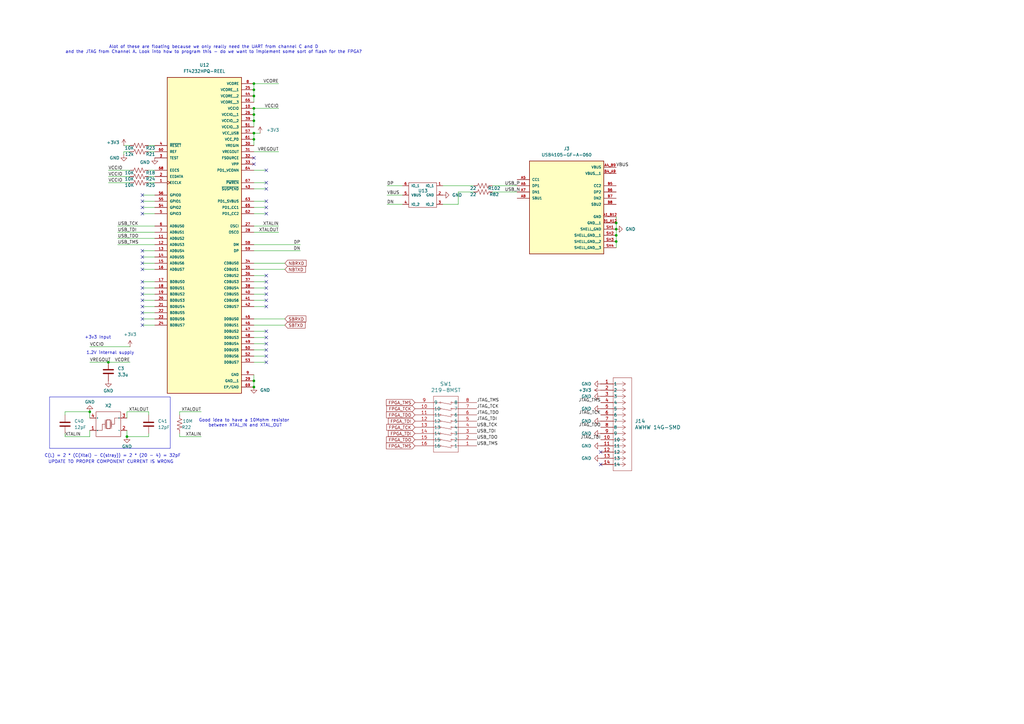
<source format=kicad_sch>
(kicad_sch (version 20250114) (generator "eeschema") (generator_version "9.0")
  (paper "A3")
  (lib_symbols
    (symbol "219_8MST:219-8MST" (pin_names (offset 0.254))
      (property "Reference" "SW" (at 12.7 7.62 0))
      (property "Value" "219-8MST" (at 12.7 5.08 0))
      (symbol "219-8MST_0_1"
        (polyline (pts (xy 7.62 2.54) (xy 7.62 -20.32)) (stroke (width 0.127)))
        (polyline (pts (xy 7.62 0) (xy 10.16 0)) (stroke (width 0.127)))
        (polyline (pts (xy 7.62 -2.54) (xy 10.16 -2.54)) (stroke (width 0.127)))
        (polyline (pts (xy 7.62 -5.08) (xy 10.16 -5.08)) (stroke (width 0.127)))
        (polyline (pts (xy 7.62 -7.62) (xy 10.16 -7.62)) (stroke (width 0.127)))
        (polyline (pts (xy 7.62 -10.16) (xy 10.16 -10.16)) (stroke (width 0.127)))
        (polyline (pts (xy 7.62 -12.7) (xy 10.16 -12.7)) (stroke (width 0.127)))
        (polyline (pts (xy 7.62 -15.24) (xy 10.16 -15.24)) (stroke (width 0.127)))
        (polyline (pts (xy 7.62 -17.78) (xy 10.16 -17.78)) (stroke (width 0.127)))
        (polyline (pts (xy 7.62 -20.32) (xy 17.78 -20.32)) (stroke (width 0.127)))
        (circle (center 10.414 0) (radius 0.254) (stroke (width 0.127)))
        (circle (center 10.414 -2.54) (radius 0.254) (stroke (width 0.127)))
        (circle (center 10.414 -5.08) (radius 0.254) (stroke (width 0.127)))
        (circle (center 10.414 -7.62) (radius 0.254) (stroke (width 0.127)))
        (circle (center 10.414 -10.16) (radius 0.254) (stroke (width 0.127)))
        (circle (center 10.414 -12.7) (radius 0.254) (stroke (width 0.127)))
        (circle (center 10.414 -15.24) (radius 0.254) (stroke (width 0.127)))
        (circle (center 10.414 -17.78) (radius 0.254) (stroke (width 0.127)))
        (polyline (pts (xy 14.732 0) (xy 10.414 0.762)) (stroke (width 0.127)))
        (polyline (pts (xy 14.732 -2.54) (xy 10.414 -1.778)) (stroke (width 0.127)))
        (polyline (pts (xy 14.732 -5.08) (xy 10.414 -4.318)) (stroke (width 0.127)))
        (polyline (pts (xy 14.732 -7.62) (xy 10.414 -6.858)) (stroke (width 0.127)))
        (polyline (pts (xy 14.732 -10.16) (xy 10.414 -9.398)) (stroke (width 0.127)))
        (polyline (pts (xy 14.732 -12.7) (xy 10.414 -11.938)) (stroke (width 0.127)))
        (polyline (pts (xy 14.732 -15.24) (xy 10.414 -14.478)) (stroke (width 0.127)))
        (polyline (pts (xy 14.732 -17.78) (xy 10.414 -17.018)) (stroke (width 0.127)))
        (circle (center 14.986 0) (radius 0.254) (stroke (width 0.127)))
        (circle (center 14.986 -2.54) (radius 0.254) (stroke (width 0.127)))
        (circle (center 14.986 -5.08) (radius 0.254) (stroke (width 0.127)))
        (circle (center 14.986 -7.62) (radius 0.254) (stroke (width 0.127)))
        (circle (center 14.986 -10.16) (radius 0.254) (stroke (width 0.127)))
        (circle (center 14.986 -12.7) (radius 0.254) (stroke (width 0.127)))
        (circle (center 14.986 -15.24) (radius 0.254) (stroke (width 0.127)))
        (circle (center 14.986 -17.78) (radius 0.254) (stroke (width 0.127)))
        (polyline (pts (xy 15.24 0) (xy 17.78 0)) (stroke (width 0.127)))
        (polyline (pts (xy 15.24 -2.54) (xy 17.78 -2.54)) (stroke (width 0.127)))
        (polyline (pts (xy 15.24 -5.08) (xy 17.78 -5.08)) (stroke (width 0.127)))
        (polyline (pts (xy 15.24 -7.62) (xy 17.78 -7.62)) (stroke (width 0.127)))
        (polyline (pts (xy 15.24 -10.16) (xy 17.78 -10.16)) (stroke (width 0.127)))
        (polyline (pts (xy 15.24 -12.7) (xy 17.78 -12.7)) (stroke (width 0.127)))
        (polyline (pts (xy 15.24 -15.24) (xy 17.78 -15.24)) (stroke (width 0.127)))
        (polyline (pts (xy 15.24 -17.78) (xy 17.78 -17.78)) (stroke (width 0.127)))
        (polyline (pts (xy 17.78 2.54) (xy 7.62 2.54)) (stroke (width 0.127)))
        (polyline (pts (xy 17.78 -20.32) (xy 17.78 2.54)) (stroke (width 0.127)))
        (pin unspecified line (at 0 0 0) (length 7.62) (name "1") (number "1"))
        (pin unspecified line (at 0 -2.54 0) (length 7.62) (name "2") (number "2"))
        (pin unspecified line (at 0 -5.08 0) (length 7.62) (name "3") (number "3"))
        (pin unspecified line (at 0 -7.62 0) (length 7.62) (name "4") (number "4"))
        (pin unspecified line (at 0 -10.16 0) (length 7.62) (name "5") (number "5"))
        (pin unspecified line (at 0 -12.7 0) (length 7.62) (name "6") (number "6"))
        (pin unspecified line (at 0 -15.24 0) (length 7.62) (name "7") (number "7"))
        (pin unspecified line (at 0 -17.78 0) (length 7.62) (name "8") (number "8"))
        (pin unspecified line (at 25.4 0 180) (length 7.62) (name "16") (number "16"))
        (pin unspecified line (at 25.4 -2.54 180) (length 7.62) (name "15") (number "15"))
        (pin unspecified line (at 25.4 -5.08 180) (length 7.62) (name "14") (number "14"))
        (pin unspecified line (at 25.4 -7.62 180) (length 7.62) (name "13") (number "13"))
        (pin unspecified line (at 25.4 -10.16 180) (length 7.62) (name "12") (number "12"))
        (pin unspecified line (at 25.4 -12.7 180) (length 7.62) (name "11") (number "11"))
        (pin unspecified line (at 25.4 -15.24 180) (length 7.62) (name "10") (number "10"))
        (pin unspecified line (at 25.4 -17.78 180) (length 7.62) (name "9") (number "9"))
      )
    )
    (symbol "Device:C" (pin_numbers (hide yes)) (pin_names (offset 0.254))
      (property "Reference" "C" (at 0.635 2.54 0))
      (property "Value" "C" (at 0.635 -2.54 0))
      (symbol "C_0_1"
        (polyline (pts (xy -2.032 0.762) (xy 2.032 0.762)) (stroke (width 0.508)))
        (polyline (pts (xy -2.032 -0.762) (xy 2.032 -0.762)) (stroke (width 0.508)))
      )
      (symbol "C_1_1"
        (pin passive line (at 0 3.81 270) (length 2.794) (name "~") (number "1"))
        (pin passive line (at 0 -3.81 90) (length 2.794) (name "~") (number "2"))
      )
    )
    (symbol "Device:R_US" (pin_numbers (hide yes)) (pin_names (offset 0))
      (property "Reference" "R" (at 2.54 0 90))
      (property "Value" "R_US" (at -2.54 0 90))
      (symbol "R_US_0_1"
        (polyline (pts (xy 0 2.286) (xy 0 2.54)))
        (polyline (pts (xy 0 2.286) (xy 1.016 1.905) (xy 0 1.524) (xy -1.016 1.143) (xy 0 0.762)))
        (polyline (pts (xy 0 0.762) (xy 1.016 0.381) (xy 0 0) (xy -1.016 -0.381) (xy 0 -0.762)))
        (polyline (pts (xy 0 -0.762) (xy 1.016 -1.143) (xy 0 -1.524) (xy -1.016 -1.905) (xy 0 -2.286)))
        (polyline (pts (xy 0 -2.286) (xy 0 -2.54)))
      )
      (symbol "R_US_1_1"
        (pin passive line (at 0 3.81 270) (length 1.27) (name "~") (number "1"))
        (pin passive line (at 0 -3.81 90) (length 1.27) (name "~") (number "2"))
      )
    )
    (symbol "FPGA&MCU:FT4232HPQ-REEL" (pin_names (offset 1.016))
      (property "Reference" "U" (at -15.24 56.515 0))
      (property "Value" "FT4232HPQ-REEL" (at -15.24 -76.2 0))
      (symbol "FT4232HPQ-REEL_0_0"
        (rectangle (start -15.24 -73.66) (end 15.24 55.88) (stroke (width 0.254)) (fill (type background)))
        (pin input line (at -20.32 27.94 0) (length 5.08) (name "~{RESET}") (number "4"))
        (pin input line (at -20.32 25.4 0) (length 5.08) (name "REF") (number "60"))
        (pin input line (at -20.32 22.86 0) (length 5.08) (name "TEST") (number "3"))
        (pin bidirectional line (at -20.32 17.78 0) (length 5.08) (name "EECS") (number "68"))
        (pin bidirectional line (at -20.32 15.24 0) (length 5.08) (name "EEDATA") (number "2"))
        (pin output clock (at -20.32 12.7 0) (length 5.08) (name "EECLK") (number "1"))
        (pin bidirectional line (at -20.32 7.62 0) (length 5.08) (name "GPIO0") (number "56"))
        (pin bidirectional line (at -20.32 5.08 0) (length 5.08) (name "GPIO1") (number "55"))
        (pin bidirectional line (at -20.32 2.54 0) (length 5.08) (name "GPIO2") (number "54"))
        (pin bidirectional line (at -20.32 0 0) (length 5.08) (name "GPIO3") (number "5"))
        (pin bidirectional line (at -20.32 -5.08 0) (length 5.08) (name "ADBUS0") (number "6"))
        (pin bidirectional line (at -20.32 -7.62 0) (length 5.08) (name "ADBUS1") (number "7"))
        (pin bidirectional line (at -20.32 -10.16 0) (length 5.08) (name "ADBUS2") (number "11"))
        (pin bidirectional line (at -20.32 -12.7 0) (length 5.08) (name "ADBUS3") (number "12"))
        (pin bidirectional line (at -20.32 -15.24 0) (length 5.08) (name "ADBUS4") (number "13"))
        (pin bidirectional line (at -20.32 -17.78 0) (length 5.08) (name "ADBUS5") (number "14"))
        (pin bidirectional line (at -20.32 -20.32 0) (length 5.08) (name "ADBUS6") (number "15"))
        (pin bidirectional line (at -20.32 -22.86 0) (length 5.08) (name "ADBUS7") (number "16"))
        (pin bidirectional line (at -20.32 -27.94 0) (length 5.08) (name "BDBUS0") (number "17"))
        (pin bidirectional line (at -20.32 -30.48 0) (length 5.08) (name "BDBUS1") (number "18"))
        (pin bidirectional line (at -20.32 -33.02 0) (length 5.08) (name "BDBUS2") (number "19"))
        (pin bidirectional line (at -20.32 -35.56 0) (length 5.08) (name "BDBUS3") (number "20"))
        (pin bidirectional line (at -20.32 -38.1 0) (length 5.08) (name "BDBUS4") (number "21"))
        (pin bidirectional line (at -20.32 -40.64 0) (length 5.08) (name "BDBUS5") (number "22"))
        (pin bidirectional line (at -20.32 -43.18 0) (length 5.08) (name "BDBUS6") (number "23"))
        (pin bidirectional line (at -20.32 -45.72 0) (length 5.08) (name "BDBUS7") (number "24"))
        (pin power_in line (at 20.32 53.34 180) (length 5.08) (name "VCORE") (number "8"))
        (pin power_in line (at 20.32 50.8 180) (length 5.08) (name "VCORE__1") (number "25"))
        (pin power_in line (at 20.32 48.26 180) (length 5.08) (name "VCORE__2") (number "44"))
        (pin power_in line (at 20.32 45.72 180) (length 5.08) (name "VCORE__3") (number "66"))
        (pin power_in line (at 20.32 43.18 180) (length 5.08) (name "VCCIO") (number "10"))
        (pin power_in line (at 20.32 40.64 180) (length 5.08) (name "VCCIO__1") (number "26"))
        (pin power_in line (at 20.32 38.1 180) (length 5.08) (name "VCCIO__2") (number "39"))
        (pin power_in line (at 20.32 35.56 180) (length 5.08) (name "VCCIO__3") (number "51"))
        (pin power_in line (at 20.32 33.02 180) (length 5.08) (name "VCC_USB") (number "57"))
        (pin power_in line (at 20.32 30.48 180) (length 5.08) (name "VCC_PD") (number "61"))
        (pin power_in line (at 20.32 27.94 180) (length 5.08) (name "VREGIN") (number "30"))
        (pin power_in line (at 20.32 25.4 180) (length 5.08) (name "VREGOUT") (number "31"))
        (pin power_in line (at 20.32 22.86 180) (length 5.08) (name "FSOURCE") (number "32"))
        (pin power_in line (at 20.32 20.32 180) (length 5.08) (name "VPP") (number "33"))
        (pin power_in line (at 20.32 17.78 180) (length 5.08) (name "PD1_VCONN") (number "64"))
        (pin output line (at 20.32 12.7 180) (length 5.08) (name "~{PWREN}") (number "67"))
        (pin output line (at 20.32 10.16 180) (length 5.08) (name "~{SUSPEND}") (number "43"))
        (pin input line (at 20.32 5.08 180) (length 5.08) (name "PD1_SVBUS") (number "63"))
        (pin bidirectional line (at 20.32 2.54 180) (length 5.08) (name "PD1_CC1") (number "65"))
        (pin bidirectional line (at 20.32 0 180) (length 5.08) (name "PD1_CC2") (number "62"))
        (pin input line (at 20.32 -5.08 180) (length 5.08) (name "OSCI") (number "27"))
        (pin output line (at 20.32 -7.62 180) (length 5.08) (name "OSCO") (number "28"))
        (pin bidirectional line (at 20.32 -12.7 180) (length 5.08) (name "DM") (number "58"))
        (pin bidirectional line (at 20.32 -15.24 180) (length 5.08) (name "DP") (number "59"))
        (pin bidirectional line (at 20.32 -20.32 180) (length 5.08) (name "CDBUS0") (number "34"))
        (pin bidirectional line (at 20.32 -22.86 180) (length 5.08) (name "CDBUS1") (number "35"))
        (pin bidirectional line (at 20.32 -25.4 180) (length 5.08) (name "CDBUS2") (number "36"))
        (pin bidirectional line (at 20.32 -27.94 180) (length 5.08) (name "CDBUS3") (number "37"))
        (pin bidirectional line (at 20.32 -30.48 180) (length 5.08) (name "CDBUS4") (number "38"))
        (pin bidirectional line (at 20.32 -33.02 180) (length 5.08) (name "CDBUS5") (number "40"))
        (pin bidirectional line (at 20.32 -35.56 180) (length 5.08) (name "CDBUS6") (number "41"))
        (pin bidirectional line (at 20.32 -38.1 180) (length 5.08) (name "CDBUS7") (number "42"))
        (pin bidirectional line (at 20.32 -43.18 180) (length 5.08) (name "DDBUS0") (number "45"))
        (pin bidirectional line (at 20.32 -45.72 180) (length 5.08) (name "DDBUS1") (number "46"))
        (pin bidirectional line (at 20.32 -48.26 180) (length 5.08) (name "DDBUS2") (number "47"))
        (pin bidirectional line (at 20.32 -50.8 180) (length 5.08) (name "DDBUS3") (number "48"))
        (pin bidirectional line (at 20.32 -53.34 180) (length 5.08) (name "DDBUS4") (number "49"))
        (pin bidirectional line (at 20.32 -55.88 180) (length 5.08) (name "DDBUS5") (number "50"))
        (pin bidirectional line (at 20.32 -58.42 180) (length 5.08) (name "DDBUS6") (number "52"))
        (pin bidirectional line (at 20.32 -60.96 180) (length 5.08) (name "DDBUS7") (number "53"))
        (pin power_in line (at 20.32 -66.04 180) (length 5.08) (name "GND") (number "9"))
        (pin power_in line (at 20.32 -68.58 180) (length 5.08) (name "GND__1") (number "29"))
        (pin power_in line (at 20.32 -71.12 180) (length 5.08) (name "EP/GND") (number "69"))
      )
    )
    (symbol "FPGA&MCU:X322512MMB4SI"
      (property "Reference" "X" (at 0 0 0))
      (symbol "X322512MMB4SI_1_0"
        (rectangle (start -5.08 5.08) (end 5.08 -5.08))
        (polyline (pts (xy -5.08 -2.54) (xy -2.54 -2.54) (xy -2.54 -2.54) (xy -2.54 0) (xy -2.54 0) (xy -1.524 0)))
        (polyline (pts (xy -1.27 -1.016) (xy -1.27 1.016)))
        (polyline (pts (xy -1.27 -1.778) (xy -1.27 1.778)))
        (polyline (pts (xy -0.762 -1.778) (xy -0.762 1.778) (xy -0.762 1.778) (xy 0.762 1.778) (xy 0.762 1.778) (xy 0.762 -1.778)))
        (polyline (pts (xy 0.762 1.778) (xy 0.762 -1.778) (xy 0.762 -1.778) (xy -0.762 -1.778) (xy -0.762 -1.778) (xy -0.762 1.778) (xy -0.762 1.778) (xy 0.762 1.778)))
        (polyline (pts (xy 0.762 -1.778) (xy -0.762 -1.778)))
        (polyline (pts (xy 1.27 -1.016) (xy 1.27 1.016)))
        (polyline (pts (xy 1.27 -1.778) (xy 1.27 1.778)))
        (polyline (pts (xy 5.08 2.54) (xy 2.54 2.54) (xy 2.54 2.54) (xy 2.54 0) (xy 2.54 0) (xy 1.524 0)))
        (pin unspecified line (at -7.62 2.54 0) (length 2.54) (name "GND") (number "4"))
        (pin unspecified line (at -7.62 -2.54 0) (length 2.54) (name "OSC1") (number "1"))
        (pin unspecified line (at 7.62 2.54 180) (length 2.54) (name "OSC2") (number "3"))
        (pin unspecified line (at 7.62 -2.54 180) (length 2.54) (name "GND") (number "2"))
      )
    )
    (symbol "FPGA_Interface:AWHW_14G-SMD" (pin_names (offset 0.254))
      (property "Reference" "J" (at 8.89 6.35 0))
      (property "Value" "AWHW 14G-SMD" (at 0 0 0))
      (symbol "AWHW_14G-SMD_1_1"
        (polyline (pts (xy 5.08 2.54) (xy 5.08 -35.56)) (stroke (width 0.127)))
        (polyline (pts (xy 5.08 -35.56) (xy 12.7 -35.56)) (stroke (width 0.127)))
        (polyline (pts (xy 10.16 0) (xy 5.08 0)) (stroke (width 0.127)))
        (polyline (pts (xy 10.16 0) (xy 8.89 0.8467)) (stroke (width 0.127)))
        (polyline (pts (xy 10.16 0) (xy 8.89 -0.8467)) (stroke (width 0.127)))
        (polyline (pts (xy 10.16 -2.54) (xy 5.08 -2.54)) (stroke (width 0.127)))
        (polyline (pts (xy 10.16 -2.54) (xy 8.89 -1.6933)) (stroke (width 0.127)))
        (polyline (pts (xy 10.16 -2.54) (xy 8.89 -3.3867)) (stroke (width 0.127)))
        (polyline (pts (xy 10.16 -5.08) (xy 5.08 -5.08)) (stroke (width 0.127)))
        (polyline (pts (xy 10.16 -5.08) (xy 8.89 -4.2333)) (stroke (width 0.127)))
        (polyline (pts (xy 10.16 -5.08) (xy 8.89 -5.9267)) (stroke (width 0.127)))
        (polyline (pts (xy 10.16 -7.62) (xy 5.08 -7.62)) (stroke (width 0.127)))
        (polyline (pts (xy 10.16 -7.62) (xy 8.89 -6.7733)) (stroke (width 0.127)))
        (polyline (pts (xy 10.16 -7.62) (xy 8.89 -8.4667)) (stroke (width 0.127)))
        (polyline (pts (xy 10.16 -10.16) (xy 5.08 -10.16)) (stroke (width 0.127)))
        (polyline (pts (xy 10.16 -10.16) (xy 8.89 -9.3133)) (stroke (width 0.127)))
        (polyline (pts (xy 10.16 -10.16) (xy 8.89 -11.0067)) (stroke (width 0.127)))
        (polyline (pts (xy 10.16 -12.7) (xy 5.08 -12.7)) (stroke (width 0.127)))
        (polyline (pts (xy 10.16 -12.7) (xy 8.89 -11.8533)) (stroke (width 0.127)))
        (polyline (pts (xy 10.16 -12.7) (xy 8.89 -13.5467)) (stroke (width 0.127)))
        (polyline (pts (xy 10.16 -15.24) (xy 5.08 -15.24)) (stroke (width 0.127)))
        (polyline (pts (xy 10.16 -15.24) (xy 8.89 -14.3933)) (stroke (width 0.127)))
        (polyline (pts (xy 10.16 -15.24) (xy 8.89 -16.0867)) (stroke (width 0.127)))
        (polyline (pts (xy 10.16 -17.78) (xy 5.08 -17.78)) (stroke (width 0.127)))
        (polyline (pts (xy 10.16 -17.78) (xy 8.89 -16.9333)) (stroke (width 0.127)))
        (polyline (pts (xy 10.16 -17.78) (xy 8.89 -18.6267)) (stroke (width 0.127)))
        (polyline (pts (xy 10.16 -20.32) (xy 5.08 -20.32)) (stroke (width 0.127)))
        (polyline (pts (xy 10.16 -20.32) (xy 8.89 -19.4733)) (stroke (width 0.127)))
        (polyline (pts (xy 10.16 -20.32) (xy 8.89 -21.1667)) (stroke (width 0.127)))
        (polyline (pts (xy 10.16 -22.86) (xy 5.08 -22.86)) (stroke (width 0.127)))
        (polyline (pts (xy 10.16 -22.86) (xy 8.89 -22.0133)) (stroke (width 0.127)))
        (polyline (pts (xy 10.16 -22.86) (xy 8.89 -23.7067)) (stroke (width 0.127)))
        (polyline (pts (xy 10.16 -25.4) (xy 5.08 -25.4)) (stroke (width 0.127)))
        (polyline (pts (xy 10.16 -25.4) (xy 8.89 -24.5533)) (stroke (width 0.127)))
        (polyline (pts (xy 10.16 -25.4) (xy 8.89 -26.2467)) (stroke (width 0.127)))
        (polyline (pts (xy 10.16 -27.94) (xy 5.08 -27.94)) (stroke (width 0.127)))
        (polyline (pts (xy 10.16 -27.94) (xy 8.89 -27.0933)) (stroke (width 0.127)))
        (polyline (pts (xy 10.16 -27.94) (xy 8.89 -28.7867)) (stroke (width 0.127)))
        (polyline (pts (xy 10.16 -30.48) (xy 5.08 -30.48)) (stroke (width 0.127)))
        (polyline (pts (xy 10.16 -30.48) (xy 8.89 -29.6333)) (stroke (width 0.127)))
        (polyline (pts (xy 10.16 -30.48) (xy 8.89 -31.3267)) (stroke (width 0.127)))
        (polyline (pts (xy 10.16 -33.02) (xy 5.08 -33.02)) (stroke (width 0.127)))
        (polyline (pts (xy 10.16 -33.02) (xy 8.89 -32.1733)) (stroke (width 0.127)))
        (polyline (pts (xy 10.16 -33.02) (xy 8.89 -33.8667)) (stroke (width 0.127)))
        (polyline (pts (xy 12.7 2.54) (xy 5.08 2.54)) (stroke (width 0.127)))
        (polyline (pts (xy 12.7 -35.56) (xy 12.7 2.54)) (stroke (width 0.127)))
        (pin unspecified line (at 0 0 0) (length 5.08) (name "1") (number "1"))
        (pin unspecified line (at 0 -2.54 0) (length 5.08) (name "2") (number "2"))
        (pin unspecified line (at 0 -5.08 0) (length 5.08) (name "3") (number "3"))
        (pin unspecified line (at 0 -7.62 0) (length 5.08) (name "4") (number "4"))
        (pin unspecified line (at 0 -10.16 0) (length 5.08) (name "5") (number "5"))
        (pin unspecified line (at 0 -12.7 0) (length 5.08) (name "6") (number "6"))
        (pin unspecified line (at 0 -15.24 0) (length 5.08) (name "7") (number "7"))
        (pin unspecified line (at 0 -17.78 0) (length 5.08) (name "8") (number "8"))
        (pin unspecified line (at 0 -20.32 0) (length 5.08) (name "9") (number "9"))
        (pin unspecified line (at 0 -22.86 0) (length 5.08) (name "10") (number "10"))
        (pin unspecified line (at 0 -25.4 0) (length 5.08) (name "11") (number "11"))
        (pin unspecified line (at 0 -27.94 0) (length 5.08) (name "12") (number "12"))
        (pin unspecified line (at 0 -30.48 0) (length 5.08) (name "13") (number "13"))
        (pin unspecified line (at 0 -33.02 0) (length 5.08) (name "14") (number "14"))
      )
      (symbol "AWHW_14G-SMD_1_2"
        (polyline (pts (xy 5.08 2.54) (xy 5.08 -35.56)) (stroke (width 0.127)))
        (polyline (pts (xy 5.08 -35.56) (xy 12.7 -35.56)) (stroke (width 0.127)))
        (polyline (pts (xy 7.62 0) (xy 5.08 0)) (stroke (width 0.127)))
        (polyline (pts (xy 7.62 0) (xy 8.89 0.8467)) (stroke (width 0.127)))
        (polyline (pts (xy 7.62 0) (xy 8.89 -0.8467)) (stroke (width 0.127)))
        (polyline (pts (xy 7.62 -2.54) (xy 5.08 -2.54)) (stroke (width 0.127)))
        (polyline (pts (xy 7.62 -2.54) (xy 8.89 -1.6933)) (stroke (width 0.127)))
        (polyline (pts (xy 7.62 -2.54) (xy 8.89 -3.3867)) (stroke (width 0.127)))
        (polyline (pts (xy 7.62 -5.08) (xy 5.08 -5.08)) (stroke (width 0.127)))
        (polyline (pts (xy 7.62 -5.08) (xy 8.89 -4.2333)) (stroke (width 0.127)))
        (polyline (pts (xy 7.62 -5.08) (xy 8.89 -5.9267)) (stroke (width 0.127)))
        (polyline (pts (xy 7.62 -7.62) (xy 5.08 -7.62)) (stroke (width 0.127)))
        (polyline (pts (xy 7.62 -7.62) (xy 8.89 -6.7733)) (stroke (width 0.127)))
        (polyline (pts (xy 7.62 -7.62) (xy 8.89 -8.4667)) (stroke (width 0.127)))
        (polyline (pts (xy 7.62 -10.16) (xy 5.08 -10.16)) (stroke (width 0.127)))
        (polyline (pts (xy 7.62 -10.16) (xy 8.89 -9.3133)) (stroke (width 0.127)))
        (polyline (pts (xy 7.62 -10.16) (xy 8.89 -11.0067)) (stroke (width 0.127)))
        (polyline (pts (xy 7.62 -12.7) (xy 5.08 -12.7)) (stroke (width 0.127)))
        (polyline (pts (xy 7.62 -12.7) (xy 8.89 -11.8533)) (stroke (width 0.127)))
        (polyline (pts (xy 7.62 -12.7) (xy 8.89 -13.5467)) (stroke (width 0.127)))
        (polyline (pts (xy 7.62 -15.24) (xy 5.08 -15.24)) (stroke (width 0.127)))
        (polyline (pts (xy 7.62 -15.24) (xy 8.89 -14.3933)) (stroke (width 0.127)))
        (polyline (pts (xy 7.62 -15.24) (xy 8.89 -16.0867)) (stroke (width 0.127)))
        (polyline (pts (xy 7.62 -17.78) (xy 5.08 -17.78)) (stroke (width 0.127)))
        (polyline (pts (xy 7.62 -17.78) (xy 8.89 -16.9333)) (stroke (width 0.127)))
        (polyline (pts (xy 7.62 -17.78) (xy 8.89 -18.6267)) (stroke (width 0.127)))
        (polyline (pts (xy 7.62 -20.32) (xy 5.08 -20.32)) (stroke (width 0.127)))
        (polyline (pts (xy 7.62 -20.32) (xy 8.89 -19.4733)) (stroke (width 0.127)))
        (polyline (pts (xy 7.62 -20.32) (xy 8.89 -21.1667)) (stroke (width 0.127)))
        (polyline (pts (xy 7.62 -22.86) (xy 5.08 -22.86)) (stroke (width 0.127)))
        (polyline (pts (xy 7.62 -22.86) (xy 8.89 -22.0133)) (stroke (width 0.127)))
        (polyline (pts (xy 7.62 -22.86) (xy 8.89 -23.7067)) (stroke (width 0.127)))
        (polyline (pts (xy 7.62 -25.4) (xy 5.08 -25.4)) (stroke (width 0.127)))
        (polyline (pts (xy 7.62 -25.4) (xy 8.89 -24.5533)) (stroke (width 0.127)))
        (polyline (pts (xy 7.62 -25.4) (xy 8.89 -26.2467)) (stroke (width 0.127)))
        (polyline (pts (xy 7.62 -27.94) (xy 5.08 -27.94)) (stroke (width 0.127)))
        (polyline (pts (xy 7.62 -27.94) (xy 8.89 -27.0933)) (stroke (width 0.127)))
        (polyline (pts (xy 7.62 -27.94) (xy 8.89 -28.7867)) (stroke (width 0.127)))
        (polyline (pts (xy 7.62 -30.48) (xy 5.08 -30.48)) (stroke (width 0.127)))
        (polyline (pts (xy 7.62 -30.48) (xy 8.89 -29.6333)) (stroke (width 0.127)))
        (polyline (pts (xy 7.62 -30.48) (xy 8.89 -31.3267)) (stroke (width 0.127)))
        (polyline (pts (xy 7.62 -33.02) (xy 5.08 -33.02)) (stroke (width 0.127)))
        (polyline (pts (xy 7.62 -33.02) (xy 8.89 -32.1733)) (stroke (width 0.127)))
        (polyline (pts (xy 7.62 -33.02) (xy 8.89 -33.8667)) (stroke (width 0.127)))
        (polyline (pts (xy 12.7 2.54) (xy 5.08 2.54)) (stroke (width 0.127)))
        (polyline (pts (xy 12.7 -35.56) (xy 12.7 2.54)) (stroke (width 0.127)))
        (pin unspecified line (at 0 0 0) (length 5.08) (name "1") (number "1"))
        (pin unspecified line (at 0 -2.54 0) (length 5.08) (name "2") (number "2"))
        (pin unspecified line (at 0 -5.08 0) (length 5.08) (name "3") (number "3"))
        (pin unspecified line (at 0 -7.62 0) (length 5.08) (name "4") (number "4"))
        (pin unspecified line (at 0 -10.16 0) (length 5.08) (name "5") (number "5"))
        (pin unspecified line (at 0 -12.7 0) (length 5.08) (name "6") (number "6"))
        (pin unspecified line (at 0 -15.24 0) (length 5.08) (name "7") (number "7"))
        (pin unspecified line (at 0 -17.78 0) (length 5.08) (name "8") (number "8"))
        (pin unspecified line (at 0 -20.32 0) (length 5.08) (name "9") (number "9"))
        (pin unspecified line (at 0 -22.86 0) (length 5.08) (name "10") (number "10"))
        (pin unspecified line (at 0 -25.4 0) (length 5.08) (name "11") (number "11"))
        (pin unspecified line (at 0 -27.94 0) (length 5.08) (name "12") (number "12"))
        (pin unspecified line (at 0 -30.48 0) (length 5.08) (name "13") (number "13"))
        (pin unspecified line (at 0 -33.02 0) (length 5.08) (name "14") (number "14"))
      )
    )
    (symbol "FPGA_Interface:USB4105-GF-A-060" (pin_names (offset 1.016))
      (property "Reference" "J" (at -15.24 13.97 0))
      (property "Value" "USB4105-GF-A-060" (at -15.24 -27.94 0))
      (symbol "USB4105-GF-A-060_0_0"
        (rectangle (start -15.24 -25.4) (end 15.24 12.7) (stroke (width 0.254)) (fill (type background)))
        (pin bidirectional line (at -20.32 5.08 0) (length 5.08) (name "CC1") (number "A5"))
        (pin bidirectional line (at -20.32 2.54 0) (length 5.08) (name "DP1") (number "A6"))
        (pin bidirectional line (at -20.32 0 0) (length 5.08) (name "DN1") (number "A7"))
        (pin bidirectional line (at -20.32 -2.54 0) (length 5.08) (name "SBU1") (number "A8"))
        (pin power_in line (at 20.32 10.16 180) (length 5.08) (name "VBUS") (number "A4_B9"))
        (pin power_in line (at 20.32 7.62 180) (length 5.08) (name "VBUS__1") (number "B4_A9"))
        (pin bidirectional line (at 20.32 2.54 180) (length 5.08) (name "CC2") (number "B5"))
        (pin bidirectional line (at 20.32 0 180) (length 5.08) (name "DP2") (number "B6"))
        (pin bidirectional line (at 20.32 -2.54 180) (length 5.08) (name "DN2") (number "B7"))
        (pin bidirectional line (at 20.32 -5.08 180) (length 5.08) (name "SBU2") (number "B8"))
        (pin power_in line (at 20.32 -10.16 180) (length 5.08) (name "GND") (number "A1_B12"))
        (pin power_in line (at 20.32 -12.7 180) (length 5.08) (name "GND__1") (number "B1_A12"))
        (pin power_in line (at 20.32 -15.24 180) (length 5.08) (name "SHELL_GND") (number "SH1"))
        (pin power_in line (at 20.32 -17.78 180) (length 5.08) (name "SHELL_GND__1") (number "SH2"))
        (pin power_in line (at 20.32 -20.32 180) (length 5.08) (name "SHELL_GND__2") (number "SH3"))
        (pin power_in line (at 20.32 -22.86 180) (length 5.08) (name "SHELL_GND__3") (number "SH4"))
      )
    )
    (symbol "Test:USBLC6-2SC6" (pin_names (offset 1.016))
      (property "Reference" "U" (at -15.2693 17.8093 0))
      (symbol "USBLC6-2SC6_0_1"
        (rectangle (start 0 0) (end 11.43 -10.16))
      )
      (symbol "USBLC6-2SC6_1_0"
        (pin bidirectional line (at -2.54 -1.27 0) (length 2.54) (name "IO_1") (number "1"))
        (pin power_in line (at -2.54 -5.08 0) (length 2.54) (name "GND") (number "2"))
        (pin bidirectional line (at -2.54 -8.89 0) (length 2.54) (name "IO_2") (number "3"))
        (pin bidirectional line (at 13.97 -1.27 180) (length 2.54) (name "IO_1") (number "6"))
        (pin power_in line (at 13.97 -5.08 180) (length 2.54) (name "VBUS") (number "5"))
        (pin bidirectional line (at 13.97 -8.89 180) (length 2.54) (name "IO_2") (number "4"))
      )
    )
    (symbol "power:+3V3" (power) (pin_numbers (hide yes)) (pin_names (offset 0) (hide yes))
      (property "Value" "+3V3" (at 0 3.556 0))
      (symbol "+3V3_0_1"
        (polyline (pts (xy -0.762 1.27) (xy 0 2.54)))
        (polyline (pts (xy 0 2.54) (xy 0.762 1.27)))
        (polyline (pts (xy 0 0) (xy 0 2.54)))
      )
      (symbol "+3V3_1_1"
        (pin power_in line (at 0 0 90) (length 0) (name "~") (number "1"))
      )
    )
    (symbol "power:GND" (power) (pin_numbers (hide yes)) (pin_names (offset 0) (hide yes))
      (property "Value" "GND" (at 0 -3.81 0))
      (symbol "GND_0_1"
        (polyline (pts (xy 0 0) (xy 0 -1.27) (xy 1.27 -1.27) (xy 0 -2.54) (xy -1.27 -1.27) (xy 0 -1.27)))
      )
      (symbol "GND_1_1"
        (pin power_in line (at 0 0 270) (length 0) (name "~") (number "1"))
      )
    )
  )
  (rectangle (start 20.32 162.814) (end 69.85 183.896))
  (text "1.2V internal supply\n" (at 45.212 144.78 0) (effects (font (size 1.27 1.27))))
  (text "Alot of these are floating because we only really need the UART from channel C and D\nand the JTAG from Channel A. Look into how to program this - do we want to implement some sort of flash for the FPGA?\n" (at 87.63 20.32 0) (effects (font (size 1.27 1.27))))
  (text "UPDATE TO PROPER COMPONENT CURRENT IS WRONG\n" (at 45.466 189.484 0) (effects (font (size 1.27 1.27))))
  (text "Good idea to have a 10Mohm resistor \nbetween XTAL_IN and XTAL_OUT" (at 100.584 173.482 0) (effects (font (size 1.27 1.27))))
  (text "+3v3 Input\n" (at 40.132 138.43 0) (effects (font (size 1.27 1.27))))
  (text "C(L) = 2 * (C(Xtal) - C(stray)) = 2 * (20 - 4) = 32pF\n" (at 46.228 186.944 0) (effects (font (size 1.27 1.27))))
  (junction (at 104.14 49.53))
  (junction (at 104.14 158.75))
  (junction (at 104.14 39.37))
  (junction (at 104.14 46.99))
  (junction (at 44.45 148.59))
  (junction (at 104.14 34.29))
  (junction (at 252.73 93.98))
  (junction (at 52.07 179.07))
  (junction (at 252.73 96.52))
  (junction (at 104.14 57.15))
  (junction (at 104.14 36.83))
  (junction (at 104.14 54.61))
  (junction (at 36.83 168.91))
  (junction (at 104.14 156.21))
  (junction (at 252.73 99.06))
  (junction (at 252.73 91.44))
  (junction (at 104.14 44.45))
  (no_connect (at 109.22 87.63))
  (no_connect (at 58.42 80.01))
  (no_connect (at 109.22 143.51))
  (no_connect (at 58.42 120.65))
  (no_connect (at 109.22 69.85))
  (no_connect (at 58.42 123.19))
  (no_connect (at 109.22 135.89))
  (no_connect (at 109.22 148.59))
  (no_connect (at 109.22 113.03))
  (no_connect (at 109.22 125.73))
  (no_connect (at 58.42 128.27))
  (no_connect (at 246.38 185.42))
  (no_connect (at 109.22 120.65))
  (no_connect (at 109.22 82.55))
  (no_connect (at 109.22 140.97))
  (no_connect (at 58.42 85.09))
  (no_connect (at 58.42 118.11))
  (no_connect (at 58.42 110.49))
  (no_connect (at 58.42 115.57))
  (no_connect (at 109.22 118.11))
  (no_connect (at 58.42 125.73))
  (no_connect (at 58.42 87.63))
  (no_connect (at 58.42 133.35))
  (no_connect (at 246.38 190.5))
  (no_connect (at 109.22 74.93))
  (no_connect (at 104.14 64.77))
  (no_connect (at 109.22 77.47))
  (no_connect (at 58.42 82.55))
  (no_connect (at 104.14 67.31))
  (no_connect (at 109.22 85.09))
  (no_connect (at 58.42 105.41))
  (no_connect (at 109.22 138.43))
  (no_connect (at 58.42 130.81))
  (no_connect (at 109.22 123.19))
  (no_connect (at 109.22 115.57))
  (no_connect (at 109.22 146.05))
  (no_connect (at 58.42 102.87))
  (no_connect (at 58.42 107.95))
  (wire (pts (xy 104.14 54.61) (xy 104.14 57.15)))
  (wire (pts (xy 50.8 63.5) (xy 50.8 62.23)))
  (wire (pts (xy 53.34 59.69) (xy 50.8 59.69)))
  (wire (pts (xy 60.96 62.23) (xy 63.5 62.23)))
  (wire (pts (xy 104.14 44.45) (xy 114.3 44.45)))
  (wire (pts (xy 73.66 168.91) (xy 73.66 170.18)))
  (wire (pts (xy 53.34 74.93) (xy 44.45 74.93)))
  (wire (pts (xy 104.14 77.47) (xy 109.22 77.47)))
  (wire (pts (xy 109.22 113.03) (xy 104.14 113.03)))
  (wire (pts (xy 60.96 74.93) (xy 63.5 74.93)))
  (wire (pts (xy 104.14 95.25) (xy 114.3 95.25)))
  (wire (pts (xy 104.14 62.23) (xy 114.3 62.23)))
  (wire (pts (xy 36.83 176.53) (xy 36.83 179.07)))
  (wire (pts (xy 58.42 128.27) (xy 63.5 128.27)))
  (wire (pts (xy 58.42 125.73) (xy 63.5 125.73)))
  (wire (pts (xy 104.14 46.99) (xy 104.14 49.53)))
  (wire (pts (xy 63.5 59.69) (xy 60.96 59.69)))
  (wire (pts (xy 104.14 82.55) (xy 109.22 82.55)))
  (wire (pts (xy 104.14 153.67) (xy 104.14 156.21)))
  (wire (pts (xy 252.73 91.44) (xy 252.73 93.98)))
  (wire (pts (xy 58.42 130.81) (xy 63.5 130.81)))
  (wire (pts (xy 104.14 148.59) (xy 109.22 148.59)))
  (wire (pts (xy 201.93 78.74) (xy 212.09 78.74)))
  (wire (pts (xy 53.34 72.39) (xy 44.45 72.39)))
  (wire (pts (xy 104.14 87.63) (xy 109.22 87.63)))
  (wire (pts (xy 104.14 146.05) (xy 109.22 146.05)))
  (wire (pts (xy 104.14 57.15) (xy 104.14 59.69)))
  (wire (pts (xy 187.96 78.74) (xy 187.96 83.82)))
  (wire (pts (xy 73.66 179.07) (xy 82.55 179.07)))
  (wire (pts (xy 58.42 80.01) (xy 63.5 80.01)))
  (wire (pts (xy 158.75 76.2) (xy 165.1 76.2)))
  (wire (pts (xy 52.07 171.45) (xy 52.07 168.91)))
  (wire (pts (xy 26.67 168.91) (xy 26.67 170.18)))
  (wire (pts (xy 52.07 179.07) (xy 60.96 179.07)))
  (wire (pts (xy 252.73 88.9) (xy 252.73 91.44)))
  (wire (pts (xy 36.83 179.07) (xy 26.67 179.07)))
  (wire (pts (xy 58.42 105.41) (xy 63.5 105.41)))
  (wire (pts (xy 60.96 179.07) (xy 60.96 177.8)))
  (wire (pts (xy 48.26 100.33) (xy 63.5 100.33)))
  (wire (pts (xy 104.14 69.85) (xy 109.22 69.85)))
  (wire (pts (xy 104.14 130.81) (xy 116.84 130.81)))
  (wire (pts (xy 104.14 34.29) (xy 104.14 36.83)))
  (wire (pts (xy 60.96 168.91) (xy 60.96 170.18)))
  (wire (pts (xy 109.22 135.89) (xy 104.14 135.89)))
  (wire (pts (xy 58.42 133.35) (xy 63.5 133.35)))
  (wire (pts (xy 104.14 39.37) (xy 104.14 41.91)))
  (wire (pts (xy 109.22 138.43) (xy 104.14 138.43)))
  (wire (pts (xy 36.83 148.59) (xy 44.45 148.59)))
  (wire (pts (xy 104.14 92.71) (xy 114.3 92.71)))
  (wire (pts (xy 36.83 168.91) (xy 26.67 168.91)))
  (wire (pts (xy 60.96 72.39) (xy 63.5 72.39)))
  (wire (pts (xy 104.14 49.53) (xy 104.14 52.07)))
  (wire (pts (xy 104.14 107.95) (xy 116.84 107.95)))
  (wire (pts (xy 48.26 97.79) (xy 63.5 97.79)))
  (wire (pts (xy 104.14 34.29) (xy 114.3 34.29)))
  (wire (pts (xy 48.26 95.25) (xy 63.5 95.25)))
  (wire (pts (xy 201.93 76.2) (xy 212.09 76.2)))
  (wire (pts (xy 73.66 179.07) (xy 73.66 177.8)))
  (wire (pts (xy 181.61 76.2) (xy 194.31 76.2)))
  (wire (pts (xy 104.14 133.35) (xy 116.84 133.35)))
  (wire (pts (xy 252.73 93.98) (xy 252.73 96.52)))
  (wire (pts (xy 58.42 120.65) (xy 63.5 120.65)))
  (wire (pts (xy 104.14 100.33) (xy 123.19 100.33)))
  (wire (pts (xy 104.14 123.19) (xy 109.22 123.19)))
  (wire (pts (xy 58.42 115.57) (xy 63.5 115.57)))
  (wire (pts (xy 104.14 125.73) (xy 109.22 125.73)))
  (wire (pts (xy 58.42 87.63) (xy 63.5 87.63)))
  (wire (pts (xy 50.8 62.23) (xy 53.34 62.23)))
  (wire (pts (xy 52.07 176.53) (xy 52.07 179.07)))
  (wire (pts (xy 187.96 78.74) (xy 194.31 78.74)))
  (wire (pts (xy 58.42 85.09) (xy 63.5 85.09)))
  (wire (pts (xy 53.34 69.85) (xy 44.45 69.85)))
  (wire (pts (xy 58.42 82.55) (xy 63.5 82.55)))
  (wire (pts (xy 73.66 168.91) (xy 82.55 168.91)))
  (wire (pts (xy 58.42 118.11) (xy 63.5 118.11)))
  (wire (pts (xy 36.83 168.91) (xy 36.83 171.45)))
  (wire (pts (xy 109.22 115.57) (xy 104.14 115.57)))
  (wire (pts (xy 58.42 102.87) (xy 63.5 102.87)))
  (wire (pts (xy 48.26 92.71) (xy 63.5 92.71)))
  (wire (pts (xy 104.14 85.09) (xy 109.22 85.09)))
  (wire (pts (xy 52.07 168.91) (xy 60.96 168.91)))
  (wire (pts (xy 104.14 156.21) (xy 104.14 158.75)))
  (wire (pts (xy 26.67 179.07) (xy 26.67 177.8)))
  (wire (pts (xy 58.42 123.19) (xy 63.5 123.19)))
  (wire (pts (xy 109.22 118.11) (xy 104.14 118.11)))
  (wire (pts (xy 36.83 142.24) (xy 53.34 142.24)))
  (wire (pts (xy 104.14 110.49) (xy 116.84 110.49)))
  (wire (pts (xy 104.14 44.45) (xy 104.14 46.99)))
  (wire (pts (xy 252.73 99.06) (xy 252.73 101.6)))
  (wire (pts (xy 44.45 148.59) (xy 53.34 148.59)))
  (wire (pts (xy 109.22 140.97) (xy 104.14 140.97)))
  (wire (pts (xy 58.42 110.49) (xy 63.5 110.49)))
  (wire (pts (xy 104.14 74.93) (xy 109.22 74.93)))
  (wire (pts (xy 158.75 83.82) (xy 165.1 83.82)))
  (wire (pts (xy 104.14 102.87) (xy 123.19 102.87)))
  (wire (pts (xy 158.75 80.01) (xy 165.1 80.01)))
  (wire (pts (xy 252.73 96.52) (xy 252.73 99.06)))
  (wire (pts (xy 104.14 36.83) (xy 104.14 39.37)))
  (wire (pts (xy 60.96 69.85) (xy 63.5 69.85)))
  (wire (pts (xy 187.96 83.82) (xy 181.61 83.82)))
  (wire (pts (xy 58.42 107.95) (xy 63.5 107.95)))
  (wire (pts (xy 109.22 143.51) (xy 104.14 143.51)))
  (wire (pts (xy 109.22 120.65) (xy 104.14 120.65)))
  (wire (pts (xy 104.14 54.61) (xy 106.68 54.61)))
  (label "VCCIO" (at 44.45 72.39 0))
  (label "DP" (at 123.19 100.33 180))
  (label "VREGOUT" (at 36.83 148.59 0))
  (label "VCORE" (at 53.34 148.59 180))
  (label "JTAG_TMS" (at 246.38 165.1 180))
  (label "USB_P" (at 207.01 76.2 0))
  (label "USB_TCK" (at 48.26 92.71 0))
  (label "DN" (at 123.19 102.87 180))
  (label "JTAG_TDO" (at 246.38 175.26 180))
  (label "USB_TDO" (at 195.58 180.34 0))
  (label "DN" (at 158.75 83.82 0))
  (label "XTALOUT" (at 60.96 168.91 180))
  (label "VREGOUT" (at 114.3 62.23 180))
  (label "XTALOUT" (at 82.55 168.91 180))
  (label "DP" (at 158.75 76.2 0))
  (label "JTAG_TCK" (at 246.38 170.18 180))
  (label "VCCIO" (at 36.83 142.24 0))
  (label "VCCIO" (at 44.45 74.93 0))
  (label "VBUS" (at 158.75 80.01 0))
  (label "VCCIO" (at 44.45 69.85 0))
  (label "USB_TDI" (at 48.26 95.25 0))
  (label "XTALIN" (at 26.67 179.07 0))
  (label "USB_TCK" (at 195.58 175.26 0))
  (label "USB_TDI" (at 195.58 177.8 0))
  (label "JTAG_TDO" (at 195.58 170.18 0))
  (label "XTALIN" (at 82.55 179.07 180))
  (label "USB_TMS" (at 48.26 100.33 0))
  (label "USB_TMS" (at 195.58 182.88 0))
  (label "XTALOUT" (at 114.3 95.25 180))
  (label "USB_TDO" (at 48.26 97.79 0))
  (label "VCCIO" (at 114.3 44.45 180))
  (label "VBUS" (at 252.73 68.58 0))
  (label "JTAG_TDI" (at 246.38 180.34 180))
  (label "VCORE" (at 114.3 34.29 180))
  (label "XTALIN" (at 114.3 92.71 180))
  (label "JTAG_TDI" (at 195.58 172.72 0))
  (label "JTAG_TCK" (at 195.58 167.64 0))
  (label "USB_N" (at 207.01 78.74 0))
  (label "JTAG_TMS" (at 195.58 165.1 0))
  (global_label "SBTXD" (shape input) (at 116.84 133.35 0) (property "Intersheetrefs" "${INTERSHEET_REFS}" (effects (hide yes))))
  (global_label "NBTXD" (shape input) (at 116.84 110.49 0) (property "Intersheetrefs" "${INTERSHEET_REFS}" (effects (hide yes))))
  (global_label "FPGA_TDI" (shape input) (at 170.18 172.72 180) (property "Intersheetrefs" "${INTERSHEET_REFS}" (effects (hide yes))))
  (global_label "SBRXD" (shape input) (at 116.84 130.81 0) (property "Intersheetrefs" "${INTERSHEET_REFS}" (effects (hide yes))))
  (global_label "FPGA_TDI" (shape input) (at 170.18 177.8 180) (property "Intersheetrefs" "${INTERSHEET_REFS}" (effects (hide yes))))
  (global_label "NBRXD" (shape input) (at 116.84 107.95 0) (property "Intersheetrefs" "${INTERSHEET_REFS}" (effects (hide yes))))
  (global_label "FPGA_TDO" (shape input) (at 170.18 170.18 180) (property "Intersheetrefs" "${INTERSHEET_REFS}" (effects (hide yes))))
  (global_label "FPGA_TMS" (shape input) (at 170.18 182.88 180) (property "Intersheetrefs" "${INTERSHEET_REFS}" (effects (hide yes))))
  (global_label "FPGA_TMS" (shape input) (at 170.18 165.1 180) (property "Intersheetrefs" "${INTERSHEET_REFS}" (effects (hide yes))))
  (global_label "FPGA_TCK" (shape input) (at 170.18 167.64 180) (property "Intersheetrefs" "${INTERSHEET_REFS}" (effects (hide yes))))
  (global_label "FPGA_TDO" (shape input) (at 170.18 180.34 180) (property "Intersheetrefs" "${INTERSHEET_REFS}" (effects (hide yes))))
  (global_label "FPGA_TCK" (shape input) (at 170.18 175.26 180) (property "Intersheetrefs" "${INTERSHEET_REFS}" (effects (hide yes))))
  (symbol (lib_id "power:+3V3") (at 106.68 54.61 0) (unit 1)
    (property "Reference" "#PWR072" (effects (hide yes)))
    (property "Value" "+3V3" (at 109.22 53.3399 0) (effects (justify left)))
    (property "Description" "Power symbol creates a global label with name \"+3V3\"" (effects (hide yes)))
  )
  (symbol (lib_id "FPGA&MCU:FT4232HPQ-REEL") (at 83.82 87.63 0) (unit 1)
    (property "Reference" "U12" (at 83.82 26.67 0))
    (property "Value" "FT4232HPQ-REEL" (at 83.82 29.21 0))
    (property "Footprint" "FPGA&MCU:FT4232HPQ" (effects (hide yes)))
    (property "MAXIMUM_PACKAGE_HEIGHT" "0.90mm" (effects (hide yes)))
    (property "CREATOR" "AAMIR" (effects (hide yes)))
    (property "STANDARD" "IPC-7351B" (effects (hide yes)))
    (property "PARTREV" "1.8" (effects (hide yes)))
    (property "VERIFIER" "NEZY" (effects (hide yes)))
    (property "MANUFACTURER" "FTDI" (effects (hide yes)))
  )
  (symbol (lib_id "power:GND") (at 246.38 167.64 270) (unit 1)
    (property "Reference" "#PWR0178" (effects (hide yes)))
    (property "Value" "GND" (at 242.57 167.6399 90) (effects (justify right)))
    (property "Description" "Power symbol creates a global label with name \"GND\" , ground" (effects (hide yes)))
  )
  (symbol (lib_id "FPGA_Interface:USB4105-GF-A-060") (at 232.41 78.74 0) (unit 1)
    (property "Reference" "J3" (at 232.41 60.96 0))
    (property "Value" "USB4105-GF-A-060" (at 232.41 63.5 0))
    (property "Footprint" "FPGA_Interface:USB4105-GF-A-060" (effects (hide yes)))
    (property "PARTREV" "B3" (effects (hide yes)))
    (property "MANUFACTURER" "Global Connector Technology" (effects (hide yes)))
    (property "MAXIMUM_PACKAGE_HEIGHT" "3.31mm" (effects (hide yes)))
    (property "STANDARD" "Manufacturer Recommendations" (effects (hide yes)))
  )
  (symbol (lib_id "FPGA&MCU:X322512MMB4SI") (at 44.45 173.99 0) (unit 1)
    (property "Reference" "X2" (at 44.45 166.37 0))
    (property "Value" "12MHz" (effects (hide yes)))
    (property "Footprint" "FPGA&MCU:CRYSTAL-SMD_4P-L3.2-W2.5-BL" (effects (hide yes)))
    (property "Datasheet" "https://item.szlcsc.com/datasheet/X322512MMB4SI/51439.html" (effects (hide yes)))
    (property "Description" "Type:Crystal Oscillator Frequency:12MHz Normal temperature Frequency Tolerance:±10ppm Normal temperature Frequency Tolerance:±10ppm Load Capacitance:10pF Frequency Stability:±20ppm Frequency Stability:±20ppm Operating Temperature:-40°C~+85°C Operating Tempe" (effects (hide yes)))
    (property "Manufacturer Part" "X322512MMB4SI" (effects (hide yes)))
    (property "Manufacturer" "YXC(扬兴晶振)" (effects (hide yes)))
    (property "Supplier Part" "C50430" (effects (hide yes)))
    (property "Supplier" "LCSC" (effects (hide yes)))
    (property "LCSC Part Name" "YSX321SL 12MHZ 4P 3225 10PF ±10PPM -40~85°C (±20PPM)" (effects (hide yes)))
  )
  (symbol (lib_id "power:+3V3") (at 53.34 142.24 0) (unit 1)
    (property "Reference" "#PWR077" (effects (hide yes)))
    (property "Value" "+3V3" (at 53.34 137.16 0))
    (property "Description" "Power symbol creates a global label with name \"+3V3\"" (effects (hide yes)))
  )
  (symbol (lib_id "power:GND") (at 50.8 63.5 0) (unit 1)
    (property "Reference" "#PWR073" (effects (hide yes)))
    (property "Value" "GND" (at 44.958 64.77 0) (effects (justify left)))
    (property "Description" "Power symbol creates a global label with name \"GND\" , ground" (effects (hide yes)))
  )
  (symbol (lib_id "power:GND") (at 246.38 187.96 270) (unit 1)
    (property "Reference" "#PWR0187" (effects (hide yes)))
    (property "Value" "GND" (at 242.57 187.9599 90) (effects (justify right)))
    (property "Description" "Power symbol creates a global label with name \"GND\" , ground" (effects (hide yes)))
  )
  (symbol (lib_id "Device:R_US") (at 57.15 74.93 270) (unit 1)
    (property "Reference" "R25" (at 61.722 75.946 90))
    (property "Value" "10K" (at 53.086 75.946 90))
    (property "Footprint" "Resistor_SMD:R_0402_1005Metric" (effects (hide yes)))
    (property "Description" "Resistor, US symbol" (effects (hide yes)))
  )
  (symbol (lib_id "power:GND") (at 252.73 93.98 90) (unit 1)
    (property "Reference" "#PWR080" (effects (hide yes)))
    (property "Value" "GND" (at 256.54 93.9799 90) (effects (justify right)))
    (property "Description" "Power symbol creates a global label with name \"GND\" , ground" (effects (hide yes)))
  )
  (symbol (lib_id "Device:R_US") (at 57.15 72.39 270) (unit 1)
    (property "Reference" "R24" (at 61.722 73.406 90))
    (property "Value" "10K" (at 53.086 73.406 90))
    (property "Footprint" "Resistor_SMD:R_0402_1005Metric" (effects (hide yes)))
    (property "Description" "Resistor, US symbol" (effects (hide yes)))
  )
  (symbol (lib_id "power:+3V3") (at 246.38 160.02 90) (unit 1)
    (property "Reference" "#PWR0189" (effects (hide yes)))
    (property "Value" "+3V3" (at 242.57 160.0199 90) (effects (justify left)))
    (property "Description" "Power symbol creates a global label with name \"+3V3\"" (effects (hide yes)))
  )
  (symbol (lib_id "Device:R_US") (at 57.15 59.69 270) (unit 1)
    (property "Reference" "R23" (at 61.722 60.706 90))
    (property "Value" "10K" (at 53.086 60.706 90))
    (property "Footprint" "Resistor_SMD:R_0402_1005Metric" (effects (hide yes)))
    (property "Description" "Resistor, US symbol" (effects (hide yes)))
  )
  (symbol (lib_id "power:GND") (at 44.45 156.21 0) (unit 1)
    (property "Reference" "#PWR078" (effects (hide yes)))
    (property "Value" "GND" (at 44.45 160.274 0))
    (property "Description" "Power symbol creates a global label with name \"GND\" , ground" (effects (hide yes)))
  )
  (symbol (lib_id "power:GND") (at 246.38 177.8 270) (unit 1)
    (property "Reference" "#PWR0183" (effects (hide yes)))
    (property "Value" "GND" (at 242.57 177.7999 90) (effects (justify right)))
    (property "Description" "Power symbol creates a global label with name \"GND\" , ground" (effects (hide yes)))
  )
  (symbol (lib_id "power:GND") (at 181.61 80.01 90) (unit 1)
    (property "Reference" "#PWR038" (effects (hide yes)))
    (property "Value" "GND" (at 185.42 80.0099 90) (effects (justify right)))
    (property "Description" "Power symbol creates a global label with name \"GND\" , ground" (effects (hide yes)))
  )
  (symbol (lib_id "power:GND") (at 52.07 179.07 0) (unit 1)
    (property "Reference" "#PWR068" (effects (hide yes)))
    (property "Value" "GND" (at 52.07 183.134 0))
    (property "Description" "Power symbol creates a global label with name \"GND\" , ground" (effects (hide yes)))
  )
  (symbol (lib_id "power:GND") (at 246.38 162.56 270) (unit 1)
    (property "Reference" "#PWR0177" (effects (hide yes)))
    (property "Value" "GND" (at 242.57 162.5599 90) (effects (justify right)))
    (property "Description" "Power symbol creates a global label with name \"GND\" , ground" (effects (hide yes)))
  )
  (symbol (lib_id "power:GND") (at 63.5 64.77 0) (unit 1)
    (property "Reference" "#PWR0142" (effects (hide yes)))
    (property "Value" "GND" (at 59.436 66.548 0))
    (property "Description" "Power symbol creates a global label with name \"GND\" , ground" (effects (hide yes)))
  )
  (symbol (lib_id "Device:R_US") (at 57.15 69.85 270) (unit 1)
    (property "Reference" "R18" (at 61.722 70.866 90))
    (property "Value" "10K" (at 53.086 70.866 90))
    (property "Footprint" "Resistor_SMD:R_0402_1005Metric" (effects (hide yes)))
    (property "Description" "Resistor, US symbol" (effects (hide yes)))
  )
  (symbol (lib_id "power:GND") (at 104.14 158.75 0) (unit 1)
    (property "Reference" "#PWR070" (effects (hide yes)))
    (property "Value" "GND" (at 106.68 160.0199 0) (effects (justify left)))
    (property "Description" "Power symbol creates a global label with name \"GND\" , ground" (effects (hide yes)))
  )
  (symbol (lib_id "power:GND") (at 246.38 157.48 270) (unit 1)
    (property "Reference" "#PWR0129" (effects (hide yes)))
    (property "Value" "GND" (at 242.57 157.4799 90) (effects (justify right)))
    (property "Description" "Power symbol creates a global label with name \"GND\" , ground" (effects (hide yes)))
  )
  (symbol (lib_id "power:GND") (at 36.83 168.91 180) (unit 1)
    (property "Reference" "#PWR067" (effects (hide yes)))
    (property "Value" "GND" (at 36.83 164.846 0))
    (property "Description" "Power symbol creates a global label with name \"GND\" , ground" (effects (hide yes)))
  )
  (symbol (lib_id "219_8MST:219-8MST") (at 195.58 182.88 180) (unit 1)
    (property "Reference" "SW1" (at 182.88 157.48 0) (effects (font (size 1.524 1.524))))
    (property "Value" "219-8MST" (at 182.88 160.02 0) (effects (font (size 1.524 1.524))))
    (property "Footprint" "FPGA_Interface:219-8M" (effects (hide yes)))
    (property "Datasheet" "219-8MST" (effects (hide yes)))
  )
  (symbol (lib_id "Device:C") (at 60.96 173.99 0) (unit 1)
    (property "Reference" "C41" (at 64.77 172.7199 0) (effects (justify left)))
    (property "Value" "12pF" (at 64.77 175.2599 0) (effects (justify left)))
    (property "Footprint" "Capacitor_SMD:C_0402_1005Metric" (effects (hide yes)))
    (property "Description" "Unpolarized capacitor" (effects (hide yes)))
  )
  (symbol (lib_id "FPGA_Interface:AWHW_14G-SMD") (at 246.38 157.48 0) (unit 1)
    (property "Reference" "J14" (at 260.35 172.7199 0) (effects (font (size 1.524 1.524)) (justify left)))
    (property "Value" "AWHW 14G-SMD" (at 260.35 175.2599 0) (effects (font (size 1.524 1.524)) (justify left)))
    (property "Footprint" "FPGA_Interface:CONN_AWHW 14G-SMD_ASM" (effects (hide yes)))
    (property "Datasheet" "AWHW 14G-SMD" (effects (hide yes)))
  )
  (symbol (lib_id "power:GND") (at 246.38 172.72 270) (unit 1)
    (property "Reference" "#PWR0181" (effects (hide yes)))
    (property "Value" "GND" (at 242.57 172.7199 90) (effects (justify right)))
    (property "Description" "Power symbol creates a global label with name \"GND\" , ground" (effects (hide yes)))
  )
  (symbol (lib_id "power:+3V3") (at 50.8 59.69 0) (unit 1)
    (property "Reference" "#PWR076" (effects (hide yes)))
    (property "Value" "+3V3" (at 43.688 58.42 0) (effects (justify left)))
    (property "Description" "Power symbol creates a global label with name \"+3V3\"" (effects (hide yes)))
  )
  (symbol (lib_id "Device:R_US") (at 198.12 78.74 270) (unit 1)
    (property "Reference" "R82" (at 202.692 79.756 90))
    (property "Value" "22" (at 194.056 79.756 90))
    (property "Footprint" "Resistor_SMD:R_0402_1005Metric" (effects (hide yes)))
    (property "Description" "Resistor, US symbol" (effects (hide yes)))
  )
  (symbol (lib_id "Test:USBLC6-2SC6") (at 179.07 74.93 0) (mirror y) (unit 1)
    (property "Reference" "U13" (at 173.482 78.232 0))
    (property "Value" "USBLC6-2SC6" (effects (hide yes)))
    (property "Footprint" "USB_HUB:SOT95P280X145-6N" (effects (hide yes)))
    (property "Description" "17V Clamp 5A (8/20µs) Ipp Tvs Diode Surface Mount SOT-23-6" (effects (hide yes)))
    (property "DigiKey_Part_Number" "497-5235-1-ND" (effects (hide yes)))
    (property "MF" "STMicroelectronics" (effects (hide yes)))
    (property "PURCHASE-URL" "https://pricing.snapeda.com/search/part/USBLC6-2SC6/?ref=eda" (effects (hide yes)))
    (property "PACKAGE" "SOT-23-6 STMicroelectronics" (effects (hide yes)))
    (property "PRICE" "None" (effects (hide yes)))
    (property "Package" "SOT-23-6 STMicroelectronics" (effects (hide yes)))
    (property "Check_prices" "https://www.snapeda.com/parts/USBLC6-2SC6/STMicroelectronics/view-part/?ref=eda" (effects (hide yes)))
    (property "SnapEDA_Link" "https://www.snapeda.com/parts/USBLC6-2SC6/STMicroelectronics/view-part/?ref=snap" (effects (hide yes)))
    (property "MP" "USBLC6-2SC6" (effects (hide yes)))
    (property "Description_1" "17V Clamp 5A (8/20µs) Ipp Tvs Diode Surface Mount SOT-23-6" (effects (hide yes)))
    (property "AVAILABILITY" "In Stock" (effects (hide yes)))
  )
  (symbol (lib_id "Device:C") (at 26.67 173.99 0) (unit 1)
    (property "Reference" "C40" (at 30.48 172.7199 0) (effects (justify left)))
    (property "Value" "12pF" (at 30.48 175.2599 0) (effects (justify left)))
    (property "Footprint" "Capacitor_SMD:C_0402_1005Metric" (effects (hide yes)))
    (property "Description" "Unpolarized capacitor" (effects (hide yes)))
  )
  (symbol (lib_id "Device:R_US") (at 73.66 173.99 180) (unit 1)
    (property "Reference" "R22" (at 76.454 175.26 0))
    (property "Value" "10M" (at 76.962 172.72 0))
    (property "Footprint" "Resistor_SMD:R_0603_1608Metric" (effects (hide yes)))
    (property "Description" "Resistor, US symbol" (effects (hide yes)))
  )
  (symbol (lib_id "power:GND") (at 246.38 182.88 270) (unit 1)
    (property "Reference" "#PWR0185" (effects (hide yes)))
    (property "Value" "GND" (at 242.57 182.8799 90) (effects (justify right)))
    (property "Description" "Power symbol creates a global label with name \"GND\" , ground" (effects (hide yes)))
  )
  (symbol (lib_id "Device:R_US") (at 198.12 76.2 270) (unit 1)
    (property "Reference" "R102" (at 202.692 77.216 90))
    (property "Value" "22" (at 194.056 77.216 90))
    (property "Footprint" "Resistor_SMD:R_0402_1005Metric" (effects (hide yes)))
    (property "Description" "Resistor, US symbol" (effects (hide yes)))
  )
  (symbol (lib_id "Device:C") (at 44.45 152.4 0) (unit 1)
    (property "Reference" "C3" (at 48.26 151.1299 0) (effects (justify left)))
    (property "Value" "3.3u" (at 48.26 153.6699 0) (effects (justify left)))
    (property "Footprint" "Capacitor_SMD:C_0603_1608Metric" (effects (hide yes)))
    (property "Description" "Unpolarized capacitor" (effects (hide yes)))
  )
  (symbol (lib_id "Device:R_US") (at 57.15 62.23 270) (unit 1)
    (property "Reference" "R21" (at 61.722 63.246 90))
    (property "Value" "12k" (at 53.086 63.246 90))
    (property "Footprint" "Resistor_SMD:R_0402_1005Metric" (effects (hide yes)))
    (property "Description" "Resistor, US symbol" (effects (hide yes)))
  )
)
</source>
